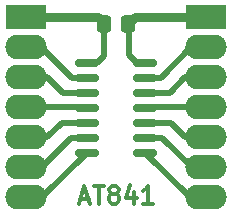
<source format=gbr>
%TF.GenerationSoftware,KiCad,Pcbnew,(6.0.0)*%
%TF.CreationDate,2022-02-12T15:23:55+01:00*%
%TF.ProjectId,ATTiny841Breakout,41545469-6e79-4383-9431-427265616b6f,rev?*%
%TF.SameCoordinates,Original*%
%TF.FileFunction,Copper,L1,Top*%
%TF.FilePolarity,Positive*%
%FSLAX46Y46*%
G04 Gerber Fmt 4.6, Leading zero omitted, Abs format (unit mm)*
G04 Created by KiCad (PCBNEW (6.0.0)) date 2022-02-12 15:23:55*
%MOMM*%
%LPD*%
G01*
G04 APERTURE LIST*
G04 Aperture macros list*
%AMRoundRect*
0 Rectangle with rounded corners*
0 $1 Rounding radius*
0 $2 $3 $4 $5 $6 $7 $8 $9 X,Y pos of 4 corners*
0 Add a 4 corners polygon primitive as box body*
4,1,4,$2,$3,$4,$5,$6,$7,$8,$9,$2,$3,0*
0 Add four circle primitives for the rounded corners*
1,1,$1+$1,$2,$3*
1,1,$1+$1,$4,$5*
1,1,$1+$1,$6,$7*
1,1,$1+$1,$8,$9*
0 Add four rect primitives between the rounded corners*
20,1,$1+$1,$2,$3,$4,$5,0*
20,1,$1+$1,$4,$5,$6,$7,0*
20,1,$1+$1,$6,$7,$8,$9,0*
20,1,$1+$1,$8,$9,$2,$3,0*%
G04 Aperture macros list end*
%ADD10C,0.300000*%
%TA.AperFunction,NonConductor*%
%ADD11C,0.300000*%
%TD*%
%TA.AperFunction,SMDPad,CuDef*%
%ADD12RoundRect,0.250000X-0.337500X-0.475000X0.337500X-0.475000X0.337500X0.475000X-0.337500X0.475000X0*%
%TD*%
%TA.AperFunction,SMDPad,CuDef*%
%ADD13RoundRect,0.150000X-0.825000X-0.150000X0.825000X-0.150000X0.825000X0.150000X-0.825000X0.150000X0*%
%TD*%
%TA.AperFunction,ComponentPad*%
%ADD14R,3.500000X2.100000*%
%TD*%
%TA.AperFunction,ComponentPad*%
%ADD15O,3.500000X2.100000*%
%TD*%
%TA.AperFunction,Conductor*%
%ADD16C,0.500000*%
%TD*%
%TA.AperFunction,Conductor*%
%ADD17C,0.750000*%
%TD*%
%TA.AperFunction,Conductor*%
%ADD18C,0.250000*%
%TD*%
G04 APERTURE END LIST*
D10*
D11*
X146204371Y-104313800D02*
X146918657Y-104313800D01*
X146061514Y-104742371D02*
X146561514Y-103242371D01*
X147061514Y-104742371D01*
X147347228Y-103242371D02*
X148204371Y-103242371D01*
X147775800Y-104742371D02*
X147775800Y-103242371D01*
X148918657Y-103885228D02*
X148775800Y-103813800D01*
X148704371Y-103742371D01*
X148632942Y-103599514D01*
X148632942Y-103528085D01*
X148704371Y-103385228D01*
X148775800Y-103313800D01*
X148918657Y-103242371D01*
X149204371Y-103242371D01*
X149347228Y-103313800D01*
X149418657Y-103385228D01*
X149490085Y-103528085D01*
X149490085Y-103599514D01*
X149418657Y-103742371D01*
X149347228Y-103813800D01*
X149204371Y-103885228D01*
X148918657Y-103885228D01*
X148775800Y-103956657D01*
X148704371Y-104028085D01*
X148632942Y-104170942D01*
X148632942Y-104456657D01*
X148704371Y-104599514D01*
X148775800Y-104670942D01*
X148918657Y-104742371D01*
X149204371Y-104742371D01*
X149347228Y-104670942D01*
X149418657Y-104599514D01*
X149490085Y-104456657D01*
X149490085Y-104170942D01*
X149418657Y-104028085D01*
X149347228Y-103956657D01*
X149204371Y-103885228D01*
X150775800Y-103742371D02*
X150775800Y-104742371D01*
X150418657Y-103170942D02*
X150061514Y-104242371D01*
X150990085Y-104242371D01*
X152347228Y-104742371D02*
X151490085Y-104742371D01*
X151918657Y-104742371D02*
X151918657Y-103242371D01*
X151775800Y-103456657D01*
X151632942Y-103599514D01*
X151490085Y-103670942D01*
D12*
%TO.P,C1,1*%
%TO.N,/VCC*%
X148212900Y-89484200D03*
%TO.P,C1,2*%
%TO.N,GND*%
X150287900Y-89484200D03*
%TD*%
D13*
%TO.P,U1,1,VCC*%
%TO.N,/VCC*%
X146775400Y-92811600D03*
%TO.P,U1,2,XTAL1/PB0*%
%TO.N,/PB0*%
X146775400Y-94081600D03*
%TO.P,U1,3,XTAL2/PB1*%
%TO.N,/PB1*%
X146775400Y-95351600D03*
%TO.P,U1,4,~{RESET}/PB3*%
%TO.N,/PB3*%
X146775400Y-96621600D03*
%TO.P,U1,5,PB2*%
%TO.N,/PB2*%
X146775400Y-97891600D03*
%TO.P,U1,6,PA7*%
%TO.N,/PA7*%
X146775400Y-99161600D03*
%TO.P,U1,7,PA6*%
%TO.N,/PA6*%
X146775400Y-100431600D03*
%TO.P,U1,8,PA5*%
%TO.N,/PA5*%
X151725400Y-100431600D03*
%TO.P,U1,9,PA4*%
%TO.N,/PA4*%
X151725400Y-99161600D03*
%TO.P,U1,10,PA3*%
%TO.N,/PA3*%
X151725400Y-97891600D03*
%TO.P,U1,11,PA2*%
%TO.N,/PA2*%
X151725400Y-96621600D03*
%TO.P,U1,12,PA1*%
%TO.N,/PA1*%
X151725400Y-95351600D03*
%TO.P,U1,13,AREF/PA0*%
%TO.N,/PA0*%
X151725400Y-94081600D03*
%TO.P,U1,14,GND*%
%TO.N,GND*%
X151725400Y-92811600D03*
%TD*%
D14*
%TO.P,J2,1,Pin_1*%
%TO.N,GND*%
X156870400Y-88971200D03*
D15*
%TO.P,J2,2,Pin_2*%
%TO.N,/PA0*%
X156870400Y-91511200D03*
%TO.P,J2,3,Pin_3*%
%TO.N,/PA1*%
X156870400Y-94051200D03*
%TO.P,J2,4,Pin_4*%
%TO.N,/PA2*%
X156870400Y-96591200D03*
%TO.P,J2,5,Pin_5*%
%TO.N,/PA3*%
X156870400Y-99131200D03*
%TO.P,J2,6,Pin_6*%
%TO.N,/PA4*%
X156870400Y-101671200D03*
%TO.P,J2,7,Pin_7*%
%TO.N,/PA5*%
X156870400Y-104211200D03*
%TD*%
D14*
%TO.P,J1,1,Pin_1*%
%TO.N,/VCC*%
X141630400Y-88971200D03*
D15*
%TO.P,J1,2,Pin_2*%
%TO.N,/PB0*%
X141630400Y-91511200D03*
%TO.P,J1,3,Pin_3*%
%TO.N,/PB1*%
X141630400Y-94051200D03*
%TO.P,J1,4,Pin_4*%
%TO.N,/PB3*%
X141630400Y-96591200D03*
%TO.P,J1,5,Pin_5*%
%TO.N,/PB2*%
X141630400Y-99131200D03*
%TO.P,J1,6,Pin_6*%
%TO.N,/PA7*%
X141630400Y-101671200D03*
%TO.P,J1,7,Pin_7*%
%TO.N,/PA6*%
X141630400Y-104211200D03*
%TD*%
D16*
%TO.N,GND*%
X150291800Y-89488100D02*
X150287900Y-89484200D01*
X150291800Y-92125800D02*
X150291800Y-89488100D01*
%TO.N,/VCC*%
X148209000Y-89488100D02*
X148212900Y-89484200D01*
X148209000Y-92202000D02*
X148209000Y-89488100D01*
%TO.N,GND*%
X150977600Y-92811600D02*
X150291800Y-92125800D01*
X151725400Y-92811600D02*
X150977600Y-92811600D01*
D17*
X156870400Y-88971200D02*
X150800900Y-88971200D01*
X150800900Y-88971200D02*
X150287900Y-89484200D01*
%TO.N,/VCC*%
X147699900Y-88971200D02*
X148212900Y-89484200D01*
X141630400Y-88971200D02*
X147699900Y-88971200D01*
D16*
X147599400Y-92811600D02*
X148209000Y-92202000D01*
X146775400Y-92811600D02*
X147599400Y-92811600D01*
%TO.N,/PA3*%
X155087400Y-99131200D02*
X156870400Y-99131200D01*
X151725400Y-97891600D02*
X153847800Y-97891600D01*
X153847800Y-97891600D02*
X155087400Y-99131200D01*
%TO.N,/PA4*%
X153162000Y-99161600D02*
X151725400Y-99161600D01*
X156870400Y-101671200D02*
X155671600Y-101671200D01*
X155671600Y-101671200D02*
X153162000Y-99161600D01*
%TO.N,/PA5*%
X155505000Y-104211200D02*
X151725400Y-100431600D01*
X156870400Y-104211200D02*
X155505000Y-104211200D01*
%TO.N,/PA6*%
X142995800Y-104211200D02*
X146775400Y-100431600D01*
X141630400Y-104211200D02*
X142995800Y-104211200D01*
%TO.N,/PA7*%
X145415000Y-99161600D02*
X146775400Y-99161600D01*
X142895400Y-101671200D02*
X142900400Y-101676200D01*
X141630400Y-101671200D02*
X142895400Y-101671200D01*
X142900400Y-101676200D02*
X145415000Y-99161600D01*
%TO.N,/PB2*%
X143388000Y-99131200D02*
X144627600Y-97891600D01*
X144627600Y-97891600D02*
X146775400Y-97891600D01*
X141630400Y-99131200D02*
X143388000Y-99131200D01*
%TO.N,/PA0*%
X155580000Y-91511200D02*
X156870400Y-91511200D01*
X153009600Y-94081600D02*
X155580000Y-91511200D01*
X151725400Y-94081600D02*
X153009600Y-94081600D01*
%TO.N,/PA1*%
X153797000Y-95351600D02*
X151725400Y-95351600D01*
X155097400Y-94051200D02*
X153797000Y-95351600D01*
X156870400Y-94051200D02*
X155097400Y-94051200D01*
%TO.N,/PB0*%
X142920800Y-91511200D02*
X145491200Y-94081600D01*
X141630400Y-91511200D02*
X142920800Y-91511200D01*
X145491200Y-94081600D02*
X146775400Y-94081600D01*
%TO.N,/PB1*%
X143428800Y-94051200D02*
X144729200Y-95351600D01*
X141630400Y-94051200D02*
X143428800Y-94051200D01*
X144729200Y-95351600D02*
X146775400Y-95351600D01*
%TO.N,/PA2*%
X151755800Y-96591200D02*
X156870400Y-96591200D01*
X151725400Y-96621600D02*
X151755800Y-96591200D01*
%TO.N,/PB3*%
X146745000Y-96591200D02*
X141630400Y-96591200D01*
X146775400Y-96621600D02*
X146745000Y-96591200D01*
D18*
%TO.N,/PA5*%
X150884000Y-100417600D02*
X151268400Y-100417600D01*
%TO.N,/PB3*%
X145934000Y-96607600D02*
X145917600Y-96591200D01*
%TO.N,/PA2*%
X150884000Y-96607600D02*
X150900400Y-96591200D01*
%TD*%
M02*

</source>
